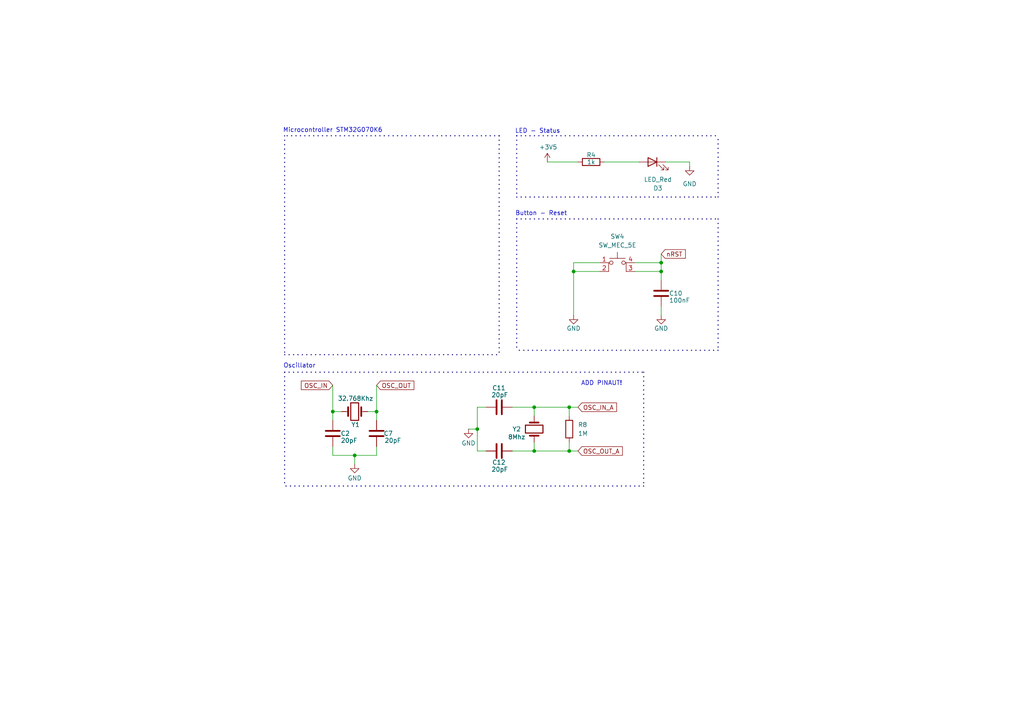
<source format=kicad_sch>
(kicad_sch (version 20231120) (generator "eeschema") (generator_version "8.0")
  (paper "A4")
  (lib_symbols
    (symbol "Device:C" (pin_numbers hide) (pin_names (offset 0.254))
      (property "Reference" "C" (at 0.635 2.54 0))
      (property "Value" "C" (at 0.635 -2.54 0))
      (symbol "C_0_1"
        (polyline (pts (xy -2.032 -0.762) (xy 2.032 -0.762)) (stroke (width 0.508)))
        (polyline (pts (xy -2.032 0.762) (xy 2.032 0.762)) (stroke (width 0.508)))
      )
      (symbol "C_1_1"
        (pin passive line (at 0 3.81 270) (length 2.794) (name "~") (number "1"))
        (pin passive line (at 0 -3.81 90) (length 2.794) (name "~") (number "2"))
      )
    )
    (symbol "Device:Crystal" (pin_numbers hide) (pin_names (offset 1.016) hide)
      (property "Reference" "Y" (at 0 3.81 0))
      (property "Value" "Crystal" (at 0 -3.81 0))
      (symbol "Crystal_0_1"
        (rectangle (start -1.143 2.54) (end 1.143 -2.54) (stroke (width 0.3048)))
        (polyline (pts (xy -2.54 0) (xy -1.905 0)))
        (polyline (pts (xy -1.905 -1.27) (xy -1.905 1.27)) (stroke (width 0.508)))
        (polyline (pts (xy 1.905 -1.27) (xy 1.905 1.27)) (stroke (width 0.508)))
        (polyline (pts (xy 2.54 0) (xy 1.905 0)))
      )
      (symbol "Crystal_1_1"
        (pin passive line (at -3.81 0 0) (length 1.27) (name "1") (number "1"))
        (pin passive line (at 3.81 0 180) (length 1.27) (name "2") (number "2"))
      )
    )
    (symbol "Device:LED" (pin_numbers hide) (pin_names (offset 1.016) hide)
      (property "Reference" "D" (at 0 2.54 0))
      (property "Value" "LED" (at 0 -2.54 0))
      (symbol "LED_0_1"
        (polyline (pts (xy -1.27 -1.27) (xy -1.27 1.27)) (stroke (width 0.254)))
        (polyline (pts (xy -1.27 0) (xy 1.27 0)))
        (polyline (pts (xy 1.27 -1.27) (xy 1.27 1.27) (xy -1.27 0) (xy 1.27 -1.27)) (stroke (width 0.254)))
        (polyline (pts (xy -3.048 -0.762) (xy -4.572 -2.286) (xy -3.81 -2.286) (xy -4.572 -2.286) (xy -4.572 -1.524)))
        (polyline (pts (xy -1.778 -0.762) (xy -3.302 -2.286) (xy -2.54 -2.286) (xy -3.302 -2.286) (xy -3.302 -1.524)))
      )
      (symbol "LED_1_1"
        (pin passive line (at -3.81 0 0) (length 2.54) (name "K") (number "1"))
        (pin passive line (at 3.81 0 180) (length 2.54) (name "A") (number "2"))
      )
    )
    (symbol "Device:R" (pin_numbers hide) (pin_names (offset 0))
      (property "Reference" "R" (at 2.032 0 90))
      (property "Value" "R" (at 0 0 90))
      (symbol "R_0_1"
        (rectangle (start -1.016 -2.54) (end 1.016 2.54) (stroke (width 0.254)))
      )
      (symbol "R_1_1"
        (pin passive line (at 0 3.81 270) (length 1.27) (name "~") (number "1"))
        (pin passive line (at 0 -3.81 90) (length 1.27) (name "~") (number "2"))
      )
    )
    (symbol "FK:+3V5" (power) (pin_names (offset 0))
      (property "Value" "+3V5" (at 0 3.556 0))
      (symbol "+3V5_0_1"
        (polyline (pts (xy -0.762 1.27) (xy 0 2.54)))
        (polyline (pts (xy 0 0) (xy 0 2.54)))
        (polyline (pts (xy 0 2.54) (xy 0.762 1.27)))
      )
      (symbol "+3V5_1_1"
        (pin power_in line (at 0 0 90) (length 0) hide (name "+3V5") (number "1"))
      )
    )
    (symbol "Switch:SW_MEC_5E" (pin_names (offset 1.016) hide)
      (property "Reference" "SW" (at 0.635 5.715 0))
      (property "Value" "SW_MEC_5E" (at 0 -3.175 0))
      (symbol "SW_MEC_5E_0_1"
        (circle (center -1.778 2.54) (radius 0.508))
        (polyline (pts (xy -2.286 3.81) (xy 2.286 3.81)))
        (polyline (pts (xy 0 3.81) (xy 0 5.588)))
        (polyline (pts (xy -2.54 0) (xy -2.54 2.54) (xy -2.286 2.54)))
        (polyline (pts (xy 2.54 0) (xy 2.54 2.54) (xy 2.286 2.54)))
        (circle (center 1.778 2.54) (radius 0.508))
        (pin passive line (at -5.08 2.54 0) (length 2.54) (name "1") (number "1"))
        (pin passive line (at -5.08 0 0) (length 2.54) (name "2") (number "2"))
        (pin passive line (at 5.08 0 180) (length 2.54) (name "K") (number "3"))
        (pin passive line (at 5.08 2.54 180) (length 2.54) (name "A") (number "4"))
      )
    )
    (symbol "power:GND" (power) (pin_numbers hide) (pin_names (offset 0) hide)
      (property "Value" "GND" (at 0 -3.81 0))
      (symbol "GND_0_1"
        (polyline (pts (xy 0 0) (xy 0 -1.27) (xy 1.27 -1.27) (xy 0 -2.54) (xy -1.27 -1.27) (xy 0 -1.27)))
      )
      (symbol "GND_1_1"
        (pin power_in line (at 0 0 270) (length 0) (name "~") (number "1"))
      )
    )
  )
  (junction (at 109.22 119.38))
  (junction (at 191.77 76.2))
  (junction (at 165.1 130.81))
  (junction (at 138.43 124.46))
  (junction (at 166.37 78.74))
  (junction (at 154.94 118.11))
  (junction (at 154.94 130.81))
  (junction (at 165.1 118.11))
  (junction (at 191.77 78.74))
  (junction (at 96.52 119.38))
  (junction (at 102.87 132.08))
  (wire (pts (xy 102.87 134.62) (xy 102.87 132.08)))
  (wire (pts (xy 200.025 46.99) (xy 193.04 46.99)))
  (bus (pts (xy 82.55 107.95) (xy 186.69 107.95)) (stroke (width 0) (type dot)))
  (wire (pts (xy 109.22 129.54) (xy 109.22 132.08)))
  (wire (pts (xy 185.42 46.99) (xy 175.26 46.99)))
  (wire (pts (xy 200.025 48.26) (xy 200.025 46.99)))
  (wire (pts (xy 191.77 73.66) (xy 191.77 76.2)))
  (bus (pts (xy 144.78 39.37) (xy 144.78 102.87)) (stroke (width 0) (type dot)))
  (wire (pts (xy 191.77 78.74) (xy 184.15 78.74)))
  (bus (pts (xy 208.28 101.6) (xy 149.86 101.6)) (stroke (width 0) (type dot)))
  (bus (pts (xy 149.86 57.15) (xy 208.28 57.15)) (stroke (width 0) (type dot)))
  (wire (pts (xy 96.52 132.08) (xy 96.52 129.54)))
  (bus (pts (xy 144.78 39.37) (xy 82.55 39.37)) (stroke (width 0) (type dot)))
  (wire (pts (xy 106.68 119.38) (xy 109.22 119.38)))
  (wire (pts (xy 191.77 78.74) (xy 191.77 81.28)))
  (wire (pts (xy 191.77 91.44) (xy 191.77 88.9)))
  (bus (pts (xy 149.86 39.37) (xy 149.86 57.15)) (stroke (width 0) (type dot)))
  (wire (pts (xy 109.22 119.38) (xy 109.22 121.92)))
  (wire (pts (xy 165.1 118.11) (xy 165.1 120.65)))
  (bus (pts (xy 82.55 107.95) (xy 82.55 140.97)) (stroke (width 0) (type dot)))
  (wire (pts (xy 191.77 76.2) (xy 184.15 76.2)))
  (bus (pts (xy 149.86 39.37) (xy 208.28 39.37)) (stroke (width 0) (type dot)))
  (bus (pts (xy 186.69 107.95) (xy 186.69 140.97)) (stroke (width 0) (type dot)))
  (wire (pts (xy 166.37 76.2) (xy 173.99 76.2)))
  (wire (pts (xy 191.77 76.2) (xy 191.77 78.74)))
  (bus (pts (xy 82.55 102.87) (xy 144.78 102.87)) (stroke (width 0) (type dot)))
  (wire (pts (xy 167.64 130.81) (xy 165.1 130.81)))
  (wire (pts (xy 166.37 76.2) (xy 166.37 78.74)))
  (wire (pts (xy 135.89 124.46) (xy 138.43 124.46)))
  (wire (pts (xy 167.64 118.11) (xy 165.1 118.11)))
  (bus (pts (xy 208.28 63.5) (xy 208.28 101.6)) (stroke (width 0) (type dot)))
  (wire (pts (xy 138.43 130.81) (xy 138.43 124.46)))
  (wire (pts (xy 138.43 124.46) (xy 138.43 118.11)))
  (wire (pts (xy 102.87 132.08) (xy 96.52 132.08)))
  (bus (pts (xy 208.28 57.15) (xy 208.28 39.37)) (stroke (width 0) (type dot)))
  (wire (pts (xy 167.64 46.99) (xy 158.75 46.99)))
  (bus (pts (xy 186.69 140.97) (xy 82.55 140.97)) (stroke (width 0) (type dot)))
  (wire (pts (xy 166.37 78.74) (xy 166.37 91.44)))
  (wire (pts (xy 138.43 118.11) (xy 140.97 118.11)))
  (wire (pts (xy 96.52 119.38) (xy 96.52 121.92)))
  (wire (pts (xy 165.1 128.27) (xy 165.1 130.81)))
  (bus (pts (xy 149.86 63.5) (xy 149.86 101.6)) (stroke (width 0) (type dot)))
  (wire (pts (xy 154.94 118.11) (xy 148.59 118.11)))
  (wire (pts (xy 154.94 120.65) (xy 154.94 118.11)))
  (wire (pts (xy 109.22 132.08) (xy 102.87 132.08)))
  (wire (pts (xy 154.94 130.81) (xy 148.59 130.81)))
  (wire (pts (xy 96.52 111.76) (xy 96.52 119.38)))
  (wire (pts (xy 166.37 78.74) (xy 173.99 78.74)))
  (bus (pts (xy 149.86 63.5) (xy 208.28 63.5)) (stroke (width 0) (type dot)))
  (wire (pts (xy 99.06 119.38) (xy 96.52 119.38)))
  (wire (pts (xy 165.1 130.81) (xy 154.94 130.81)))
  (wire (pts (xy 109.22 111.76) (xy 109.22 119.38)))
  (wire (pts (xy 140.97 130.81) (xy 138.43 130.81)))
  (wire (pts (xy 165.1 118.11) (xy 154.94 118.11)))
  (bus (pts (xy 82.55 39.37) (xy 82.55 102.87)) (stroke (width 0) (type dot)))
  (wire (pts (xy 154.94 128.27) (xy 154.94 130.81)))
  (text "Button - Reset" (at 156.972 61.976 0) (effects (font (size 1.27 1.27))))
  (text "ADD PINAUT!\n" (at 174.498 111.252 0) (effects (font (size 1.27 1.27))))
  (text "LED - Status" (at 155.956 38.1 0) (effects (font (size 1.27 1.27))))
  (text "Microcontroller STM32G070K6" (at 96.52 37.846 0) (effects (font (size 1.27 1.27))))
  (text "Oscillator" (at 86.868 106.172 0) (effects (font (size 1.27 1.27))))
  (global_label "nRST" (shape input) (at 191.77 73.66 0) (property "Intersheetrefs" "${INTERSHEET_REFS}" (effects (hide yes))))
  (global_label "OSC_OUT_A" (shape input) (at 167.64 130.81 0) (property "Intersheetrefs" "${INTERSHEET_REFS}" (effects (hide yes))))
  (global_label "OSC_IN_A" (shape input) (at 167.64 118.11 0) (property "Intersheetrefs" "${INTERSHEET_REFS}" (effects (hide yes))))
  (global_label "OSC_IN" (shape input) (at 96.52 111.76 180) (property "Intersheetrefs" "${INTERSHEET_REFS}" (effects (hide yes))))
  (global_label "OSC_OUT" (shape input) (at 109.22 111.76 0) (property "Intersheetrefs" "${INTERSHEET_REFS}" (effects (hide yes))))
  (symbol (lib_id "Device:R") (at 171.45 46.99 90) (mirror x) (unit 1)
    (property "Reference" "R4" (at 171.45 44.958 90))
    (property "Value" "1k" (at 171.45 46.99 90))
    (property "Description" "Resistor" (effects (hide yes)))
  )
  (symbol (lib_id "Device:C") (at 144.78 130.81 270) (unit 1)
    (property "Reference" "C12" (at 142.748 134.112 90) (effects (justify left)))
    (property "Value" "20pF" (at 142.494 136.144 90) (effects (justify left)))
    (property "Description" "Unpolarized capacitor" (effects (hide yes)))
  )
  (symbol (lib_id "Device:C") (at 191.77 85.09 0) (unit 1)
    (property "Reference" "C10" (at 194.056 85.09 0) (effects (justify left)))
    (property "Value" "100nF" (at 194.056 87.122 0) (effects (justify left)))
    (property "Description" "Unpolarized capacitor" (effects (hide yes)))
  )
  (symbol (lib_id "power:GND") (at 166.37 91.44 0) (unit 1)
    (property "Reference" "#PWR032" (effects (hide yes)))
    (property "Value" "GND" (at 166.37 95.25 0))
    (property "Description" "Power symbol creates a global label with name \"GND\" , ground" (effects (hide yes)))
  )
  (symbol (lib_id "power:GND") (at 200.025 48.26 0) (mirror y) (unit 1)
    (property "Reference" "#PWR07" (effects (hide yes)))
    (property "Value" "GND" (at 200.025 53.34 0))
    (property "Description" "Power symbol creates a global label with name \"GND\" , ground" (effects (hide yes)))
  )
  (symbol (lib_id "Device:Crystal") (at 154.94 124.46 90) (mirror x) (unit 1)
    (property "Reference" "Y2" (at 149.86 124.46 90))
    (property "Value" "8Mhz" (at 149.86 126.746 90))
    (property "Description" "Two pin crystal" (effects (hide yes)))
  )
  (symbol (lib_id "power:GND") (at 135.89 124.46 0) (unit 1)
    (property "Reference" "#PWR016" (effects (hide yes)))
    (property "Value" "GND" (at 135.89 128.524 0))
    (property "Description" "Power symbol creates a global label with name \"GND\" , ground" (effects (hide yes)))
  )
  (symbol (lib_id "Device:Crystal") (at 102.87 119.38 0) (mirror x) (unit 1)
    (property "Reference" "Y1" (at 103.124 123.19 0))
    (property "Value" "32.768Khz" (at 103.124 115.57 0))
    (property "Description" "Two pin crystal" (effects (hide yes)))
  )
  (symbol (lib_id "power:GND") (at 191.77 91.44 0) (unit 1)
    (property "Reference" "#PWR023" (effects (hide yes)))
    (property "Value" "GND" (at 191.77 95.25 0))
    (property "Description" "Power symbol creates a global label with name \"GND\" , ground" (effects (hide yes)))
  )
  (symbol (lib_id "Device:C") (at 109.22 125.73 0) (unit 1)
    (property "Reference" "C7" (at 111.252 125.73 0) (effects (justify left)))
    (property "Value" "20pF" (at 111.506 127.762 0) (effects (justify left)))
    (property "Description" "Unpolarized capacitor" (effects (hide yes)))
  )
  (symbol (lib_id "Device:R") (at 165.1 124.46 0) (unit 1)
    (property "Reference" "R8" (at 167.64 123.1899 0) (effects (justify left)))
    (property "Value" "1M" (at 167.64 125.7299 0) (effects (justify left)))
    (property "Description" "Resistor" (effects (hide yes)))
  )
  (symbol (lib_id "power:GND") (at 102.87 134.62 0) (unit 1)
    (property "Reference" "#PWR01" (effects (hide yes)))
    (property "Value" "GND" (at 102.87 138.684 0))
    (property "Description" "Power symbol creates a global label with name \"GND\" , ground" (effects (hide yes)))
  )
  (symbol (lib_id "Switch:SW_MEC_5E") (at 179.07 78.74 0) (unit 1)
    (property "Reference" "SW4" (at 179.07 68.58 0))
    (property "Value" "SW_MEC_5E" (at 179.07 71.12 0))
    (property "Datasheet" "http://www.apem.com/int/index.php?controller=attachment&id_attachment=1371" (effects (hide yes)))
    (property "Description" "MEC 5E single pole normally-open tactile switch" (effects (hide yes)))
  )
  (symbol (lib_id "Device:C") (at 96.52 125.73 0) (unit 1)
    (property "Reference" "C2" (at 98.806 125.73 0) (effects (justify left)))
    (property "Value" "20pF" (at 98.806 127.762 0) (effects (justify left)))
    (property "Description" "Unpolarized capacitor" (effects (hide yes)))
  )
  (symbol (lib_id "FK:+3V5") (at 158.75 46.99 0) (mirror y) (unit 1)
    (property "Reference" "#PWR041" (effects (hide yes)))
    (property "Value" "+3V5" (at 159.004 42.672 0))
    (property "Description" "Power symbol creates a global label with name \"+3V8\"" (effects (hide yes)))
  )
  (symbol (lib_id "Device:C") (at 144.78 118.11 270) (unit 1)
    (property "Reference" "C11" (at 142.748 112.522 90) (effects (justify left)))
    (property "Value" "20pF" (at 142.494 114.554 90) (effects (justify left)))
    (property "Description" "Unpolarized capacitor" (effects (hide yes)))
  )
  (symbol (lib_id "Device:LED") (at 189.23 46.99 0) (mirror y) (unit 1)
    (property "Reference" "D3" (at 190.8175 54.61 0))
    (property "Value" "LED_Red" (at 190.8175 52.07 0))
    (property "Description" "Light emitting diode" (effects (hide yes)))
  )
)
</source>
